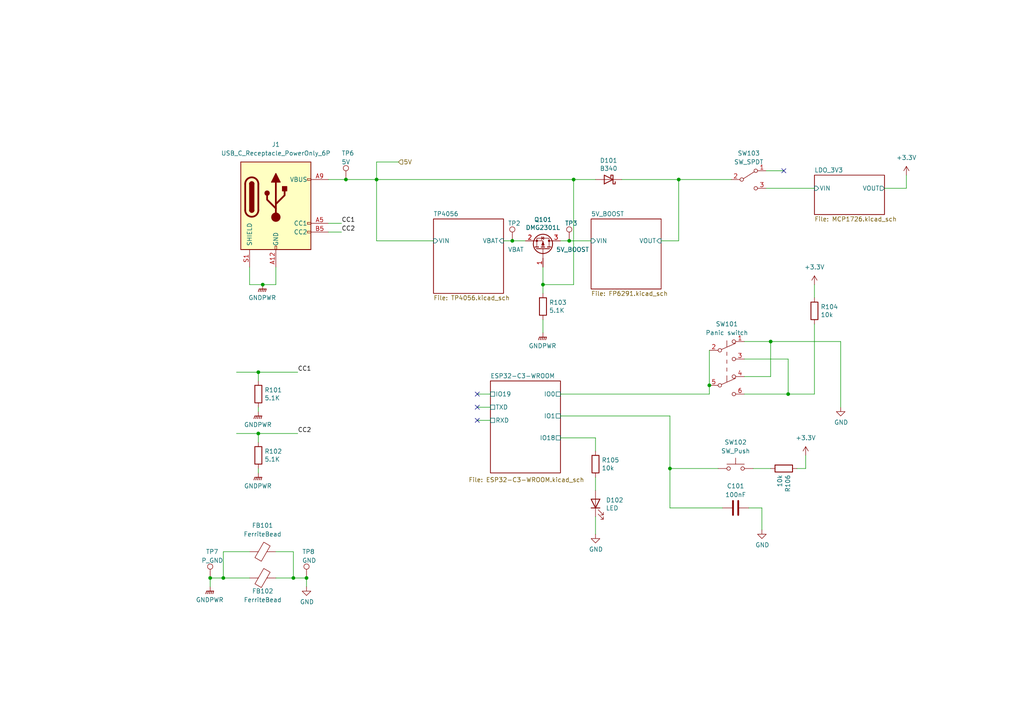
<source format=kicad_sch>
(kicad_sch (version 20230121) (generator eeschema)
  (paper "A4")
  (lib_symbols
    (symbol "Connector:TestPoint" (pin_numbers hide) (pin_names (offset 0.762) hide)
      (property "Reference" "TP" (at 0 6.858 0))
      (property "Value" "TestPoint" (at 0 5.08 0))
      (symbol "TestPoint_0_1"
        (circle (center 0 3.302) (radius 0.762))
      )
      (symbol "TestPoint_1_1"
        (pin passive line (at 0 0 90) (length 2.54) (name "1") (number "1"))
      )
    )
    (symbol "Connector:USB_C_Receptacle_PowerOnly_6P" (pin_names (offset 1.016))
      (property "Reference" "J" (at 0 16.51 0))
      (property "Value" "USB_C_Receptacle_PowerOnly_6P" (at 0 13.97 0))
      (symbol "USB_C_Receptacle_PowerOnly_6P_0_0"
        (rectangle (start -0.254 -12.7) (end 0.254 -11.684))
        (rectangle (start 10.16 -7.366) (end 9.144 -7.874))
        (rectangle (start 10.16 -4.826) (end 9.144 -5.334))
        (rectangle (start 10.16 7.874) (end 9.144 7.366))
      )
      (symbol "USB_C_Receptacle_PowerOnly_6P_0_1"
        (rectangle (start -10.16 12.7) (end 10.16 -12.7) (stroke (width 0.254)) (fill (type background)))
        (arc (start -8.89 -1.27) (mid -6.985 -3.1667) (end -5.08 -1.27) (stroke (width 0.508)))
        (arc (start -7.62 -1.27) (mid -6.985 -1.9023) (end -6.35 -1.27) (stroke (width 0.254)))
        (arc (start -7.62 -1.27) (mid -6.985 -1.9023) (end -6.35 -1.27) (stroke (width 0.254)) (fill (type outline)))
        (rectangle (start -7.62 -1.27) (end -6.35 6.35) (stroke (width 0.254)) (fill (type outline)))
        (arc (start -6.35 6.35) (mid -6.985 6.9823) (end -7.62 6.35) (stroke (width 0.254)))
        (arc (start -6.35 6.35) (mid -6.985 6.9823) (end -7.62 6.35) (stroke (width 0.254)) (fill (type outline)))
        (arc (start -5.08 6.35) (mid -6.985 8.2467) (end -8.89 6.35) (stroke (width 0.508)))
        (circle (center -2.54 3.683) (radius 0.635) (stroke (width 0.254)) (fill (type outline)))
        (circle (center 0 -3.302) (radius 1.27) (fill (type outline)))
        (polyline (pts (xy -8.89 -1.27) (xy -8.89 6.35)) (stroke (width 0.508)))
        (polyline (pts (xy -5.08 6.35) (xy -5.08 -1.27)) (stroke (width 0.508)))
        (polyline (pts (xy 0 -3.302) (xy 0 6.858)) (stroke (width 0.508)))
        (polyline (pts (xy 0 -0.762) (xy -2.54 1.778) (xy -2.54 3.048)) (stroke (width 0.508)))
        (polyline (pts (xy 0 0.508) (xy 2.54 3.048) (xy 2.54 4.318)) (stroke (width 0.508)))
        (polyline (pts (xy -1.27 6.858) (xy 0 9.398) (xy 1.27 6.858) (xy -1.27 6.858)) (stroke (width 0.254)) (fill (type outline)))
        (rectangle (start 1.905 4.318) (end 3.175 5.588) (stroke (width 0.254)) (fill (type outline)))
      )
      (symbol "USB_C_Receptacle_PowerOnly_6P_1_1"
        (pin passive line (at 0 -17.78 90) (length 5.08) (name "GND") (number "A12"))
        (pin bidirectional line (at 15.24 -5.08 180) (length 5.08) (name "CC1") (number "A5"))
        (pin passive line (at 15.24 7.62 180) (length 5.08) (name "VBUS") (number "A9"))
        (pin passive line (at 0 -17.78 90) (length 5.08) hide (name "GND") (number "B12"))
        (pin bidirectional line (at 15.24 -7.62 180) (length 5.08) (name "CC2") (number "B5"))
        (pin passive line (at 15.24 7.62 180) (length 5.08) hide (name "VBUS") (number "B9"))
        (pin passive line (at -7.62 -17.78 90) (length 5.08) (name "SHIELD") (number "S1"))
      )
    )
    (symbol "Device:C" (pin_numbers hide) (pin_names (offset 0.254))
      (property "Reference" "C" (at 0.635 2.54 0))
      (property "Value" "C" (at 0.635 -2.54 0))
      (symbol "C_0_1"
        (polyline (pts (xy -2.032 -0.762) (xy 2.032 -0.762)) (stroke (width 0.508)))
        (polyline (pts (xy -2.032 0.762) (xy 2.032 0.762)) (stroke (width 0.508)))
      )
      (symbol "C_1_1"
        (pin passive line (at 0 3.81 270) (length 2.794) (name "~") (number "1"))
        (pin passive line (at 0 -3.81 90) (length 2.794) (name "~") (number "2"))
      )
    )
    (symbol "Device:D_Schottky" (pin_numbers hide) (pin_names (offset 1.016) hide)
      (property "Reference" "D" (at 0 2.54 0))
      (property "Value" "D_Schottky" (at 0 -2.54 0))
      (symbol "D_Schottky_0_1"
        (polyline (pts (xy 1.27 0) (xy -1.27 0)))
        (polyline (pts (xy 1.27 1.27) (xy 1.27 -1.27) (xy -1.27 0) (xy 1.27 1.27)) (stroke (width 0.254)))
        (polyline (pts (xy -1.905 0.635) (xy -1.905 1.27) (xy -1.27 1.27) (xy -1.27 -1.27) (xy -0.635 -1.27) (xy -0.635 -0.635)) (stroke (width 0.254)))
      )
      (symbol "D_Schottky_1_1"
        (pin passive line (at -3.81 0 0) (length 2.54) (name "K") (number "1"))
        (pin passive line (at 3.81 0 180) (length 2.54) (name "A") (number "2"))
      )
    )
    (symbol "Device:FerriteBead" (pin_numbers hide) (pin_names (offset 0))
      (property "Reference" "FB" (at -3.81 0.635 90))
      (property "Value" "FerriteBead" (at 3.81 0 90))
      (symbol "FerriteBead_0_1"
        (polyline (pts (xy 0 -1.27) (xy 0 -1.2192)))
        (polyline (pts (xy 0 1.27) (xy 0 1.2954)))
        (polyline (pts (xy -2.7686 0.4064) (xy -1.7018 2.2606) (xy 2.7686 -0.3048) (xy 1.6764 -2.159) (xy -2.7686 0.4064)))
      )
      (symbol "FerriteBead_1_1"
        (pin passive line (at 0 3.81 270) (length 2.54) (name "~") (number "1"))
        (pin passive line (at 0 -3.81 90) (length 2.54) (name "~") (number "2"))
      )
    )
    (symbol "Device:LED" (pin_numbers hide) (pin_names (offset 1.016) hide)
      (property "Reference" "D" (at 0 2.54 0))
      (property "Value" "LED" (at 0 -2.54 0))
      (symbol "LED_0_1"
        (polyline (pts (xy -1.27 -1.27) (xy -1.27 1.27)) (stroke (width 0.254)))
        (polyline (pts (xy -1.27 0) (xy 1.27 0)))
        (polyline (pts (xy 1.27 -1.27) (xy 1.27 1.27) (xy -1.27 0) (xy 1.27 -1.27)) (stroke (width 0.254)))
        (polyline (pts (xy -3.048 -0.762) (xy -4.572 -2.286) (xy -3.81 -2.286) (xy -4.572 -2.286) (xy -4.572 -1.524)))
        (polyline (pts (xy -1.778 -0.762) (xy -3.302 -2.286) (xy -2.54 -2.286) (xy -3.302 -2.286) (xy -3.302 -1.524)))
      )
      (symbol "LED_1_1"
        (pin passive line (at -3.81 0 0) (length 2.54) (name "K") (number "1"))
        (pin passive line (at 3.81 0 180) (length 2.54) (name "A") (number "2"))
      )
    )
    (symbol "Device:R" (pin_numbers hide) (pin_names (offset 0))
      (property "Reference" "R" (at 2.032 0 90))
      (property "Value" "R" (at 0 0 90))
      (symbol "R_0_1"
        (rectangle (start -1.016 -2.54) (end 1.016 2.54) (stroke (width 0.254)))
      )
      (symbol "R_1_1"
        (pin passive line (at 0 3.81 270) (length 1.27) (name "~") (number "1"))
        (pin passive line (at 0 -3.81 90) (length 1.27) (name "~") (number "2"))
      )
    )
    (symbol "Switch:SW_Push" (pin_numbers hide) (pin_names (offset 1.016) hide)
      (property "Reference" "SW" (at 1.27 2.54 0))
      (property "Value" "SW_Push" (at 0 -1.524 0))
      (symbol "SW_Push_0_1"
        (circle (center -2.032 0) (radius 0.508))
        (polyline (pts (xy 0 1.27) (xy 0 3.048)))
        (polyline (pts (xy 2.54 1.27) (xy -2.54 1.27)))
        (circle (center 2.032 0) (radius 0.508))
        (pin passive line (at -5.08 0 0) (length 2.54) (name "1") (number "1"))
        (pin passive line (at 5.08 0 180) (length 2.54) (name "2") (number "2"))
      )
    )
    (symbol "Switch:SW_Push_DPDT" (pin_names (offset 0) hide)
      (property "Reference" "SW" (at 0 8.89 0))
      (property "Value" "SW_Push_DPDT" (at 0 -10.16 0))
      (symbol "SW_Push_DPDT_0_0"
        (circle (center -2.032 -5.08) (radius 0.508))
        (circle (center -2.032 5.08) (radius 0.508))
        (circle (center 2.032 -7.62) (radius 0.508))
        (circle (center 2.032 2.54) (radius 0.508))
      )
      (symbol "SW_Push_DPDT_0_1"
        (polyline (pts (xy -1.524 -4.826) (xy 2.54 -3.048)))
        (polyline (pts (xy -1.524 5.334) (xy 2.54 7.112)))
        (polyline (pts (xy 0 -2.286) (xy 0 -4.064)))
        (polyline (pts (xy 0 -1.016) (xy 0 0)))
        (polyline (pts (xy 0 1.27) (xy 0 2.286)))
        (polyline (pts (xy 0 3.556) (xy 0 4.572)))
        (polyline (pts (xy 0 7.874) (xy 0 6.096)))
        (circle (center 2.032 -2.54) (radius 0.508))
        (circle (center 2.032 7.62) (radius 0.508))
      )
      (symbol "SW_Push_DPDT_1_1"
        (pin passive line (at 5.08 7.62 180) (length 2.54) (name "A") (number "1"))
        (pin passive line (at -5.08 5.08 0) (length 2.54) (name "B") (number "2"))
        (pin passive line (at 5.08 2.54 180) (length 2.54) (name "C") (number "3"))
        (pin passive line (at 5.08 -2.54 180) (length 2.54) (name "A") (number "4"))
        (pin passive line (at -5.08 -5.08 0) (length 2.54) (name "B") (number "5"))
        (pin passive line (at 5.08 -7.62 180) (length 2.54) (name "C") (number "6"))
      )
    )
    (symbol "Switch:SW_SPDT" (pin_names (offset 0) hide)
      (property "Reference" "SW" (at 0 4.318 0))
      (property "Value" "SW_SPDT" (at 0 -5.08 0))
      (symbol "SW_SPDT_0_0"
        (circle (center -2.032 0) (radius 0.508))
        (circle (center 2.032 -2.54) (radius 0.508))
      )
      (symbol "SW_SPDT_0_1"
        (polyline (pts (xy -1.524 0.254) (xy 1.651 2.286)))
        (circle (center 2.032 2.54) (radius 0.508))
      )
      (symbol "SW_SPDT_1_1"
        (pin passive line (at 5.08 2.54 180) (length 2.54) (name "A") (number "1"))
        (pin passive line (at -5.08 0 0) (length 2.54) (name "B") (number "2"))
        (pin passive line (at 5.08 -2.54 180) (length 2.54) (name "C") (number "3"))
      )
    )
    (symbol "Transistor_FET:DMG2301L" (pin_names hide)
      (property "Reference" "Q" (at 5.08 1.905 0))
      (property "Value" "DMG2301L" (at 5.08 0 0))
      (symbol "DMG2301L_0_1"
        (polyline (pts (xy 0.254 0) (xy -2.54 0)))
        (polyline (pts (xy 0.254 1.905) (xy 0.254 -1.905)) (stroke (width 0.254)))
        (polyline (pts (xy 0.762 -1.27) (xy 0.762 -2.286)) (stroke (width 0.254)))
        (polyline (pts (xy 0.762 0.508) (xy 0.762 -0.508)) (stroke (width 0.254)))
        (polyline (pts (xy 0.762 2.286) (xy 0.762 1.27)) (stroke (width 0.254)))
        (polyline (pts (xy 2.54 2.54) (xy 2.54 1.778)))
        (polyline (pts (xy 2.54 -2.54) (xy 2.54 0) (xy 0.762 0)))
        (polyline (pts (xy 0.762 1.778) (xy 3.302 1.778) (xy 3.302 -1.778) (xy 0.762 -1.778)))
        (polyline (pts (xy 2.286 0) (xy 1.27 0.381) (xy 1.27 -0.381) (xy 2.286 0)) (fill (type outline)))
        (polyline (pts (xy 2.794 -0.508) (xy 2.921 -0.381) (xy 3.683 -0.381) (xy 3.81 -0.254)))
        (polyline (pts (xy 3.302 -0.381) (xy 2.921 0.254) (xy 3.683 0.254) (xy 3.302 -0.381)))
        (circle (center 1.651 0) (radius 2.794) (stroke (width 0.254)))
        (circle (center 2.54 -1.778) (radius 0.254) (fill (type outline)))
        (circle (center 2.54 1.778) (radius 0.254) (fill (type outline)))
      )
      (symbol "DMG2301L_1_1"
        (pin input line (at -5.08 0 0) (length 2.54) (name "G") (number "1"))
        (pin passive line (at 2.54 -5.08 90) (length 2.54) (name "S") (number "2"))
        (pin passive line (at 2.54 5.08 270) (length 2.54) (name "D") (number "3"))
      )
    )
    (symbol "power:+3.3V" (power) (pin_names (offset 0))
      (property "Value" "+3.3V" (at 0 3.556 0))
      (symbol "+3.3V_0_1"
        (polyline (pts (xy -0.762 1.27) (xy 0 2.54)))
        (polyline (pts (xy 0 0) (xy 0 2.54)))
        (polyline (pts (xy 0 2.54) (xy 0.762 1.27)))
      )
      (symbol "+3.3V_1_1"
        (pin power_in line (at 0 0 90) (length 0) hide (name "+3.3V") (number "1"))
      )
    )
    (symbol "power:GND" (power) (pin_names (offset 0))
      (property "Value" "GND" (at 0 -3.81 0))
      (symbol "GND_0_1"
        (polyline (pts (xy 0 0) (xy 0 -1.27) (xy 1.27 -1.27) (xy 0 -2.54) (xy -1.27 -1.27) (xy 0 -1.27)))
      )
      (symbol "GND_1_1"
        (pin power_in line (at 0 0 270) (length 0) hide (name "GND") (number "1"))
      )
    )
    (symbol "power:GNDPWR" (power) (pin_names (offset 0))
      (property "Value" "GNDPWR" (at 0 -3.302 0))
      (symbol "GNDPWR_0_1"
        (polyline (pts (xy 0 -1.27) (xy 0 0)))
        (polyline (pts (xy -1.016 -1.27) (xy -1.27 -2.032) (xy -1.27 -2.032)) (stroke (width 0.2032)))
        (polyline (pts (xy -0.508 -1.27) (xy -0.762 -2.032) (xy -0.762 -2.032)) (stroke (width 0.2032)))
        (polyline (pts (xy 0 -1.27) (xy -0.254 -2.032) (xy -0.254 -2.032)) (stroke (width 0.2032)))
        (polyline (pts (xy 0.508 -1.27) (xy 0.254 -2.032) (xy 0.254 -2.032)) (stroke (width 0.2032)))
        (polyline (pts (xy 1.016 -1.27) (xy -1.016 -1.27) (xy -1.016 -1.27)) (stroke (width 0.2032)))
        (polyline (pts (xy 1.016 -1.27) (xy 0.762 -2.032) (xy 0.762 -2.032) (xy 0.762 -2.032)) (stroke (width 0.2032)))
      )
      (symbol "GNDPWR_1_1"
        (pin power_in line (at 0 0 270) (length 0) hide (name "GNDPWR") (number "1"))
      )
    )
  )
  (junction (at 76.2 82.55))
  (junction (at 228.6 114.3))
  (junction (at 100.33 52.07))
  (junction (at 157.48 82.55))
  (junction (at 194.31 135.89))
  (junction (at 64.77 167.64))
  (junction (at 223.52 99.06))
  (junction (at 148.59 69.85))
  (junction (at 88.9 167.64))
  (junction (at 109.22 52.07))
  (junction (at 74.93 125.73))
  (junction (at 205.74 111.76))
  (junction (at 74.93 107.95))
  (junction (at 166.37 52.07))
  (junction (at 60.96 167.64))
  (junction (at 196.85 52.07))
  (junction (at 165.1 69.85))
  (junction (at 85.09 167.64))
  (no_connect (at 138.43 114.3))
  (no_connect (at 227.33 49.53))
  (no_connect (at 138.43 118.11))
  (no_connect (at 138.43 121.92))
  (wire (pts (xy 215.9 114.3) (xy 228.6 114.3)))
  (wire (pts (xy 80.01 167.64) (xy 85.09 167.64)))
  (wire (pts (xy 109.22 52.07) (xy 109.22 69.85)))
  (wire (pts (xy 85.09 167.64) (xy 88.9 167.64)))
  (wire (pts (xy 215.9 104.14) (xy 228.6 104.14)))
  (wire (pts (xy 194.31 147.32) (xy 194.31 135.89)))
  (wire (pts (xy 172.72 149.86) (xy 172.72 154.94)))
  (wire (pts (xy 80.01 77.47) (xy 80.01 82.55)))
  (wire (pts (xy 100.33 52.07) (xy 109.22 52.07)))
  (wire (pts (xy 64.77 160.02) (xy 64.77 167.64)))
  (wire (pts (xy 109.22 52.07) (xy 166.37 52.07)))
  (wire (pts (xy 68.58 107.95) (xy 74.93 107.95)))
  (wire (pts (xy 74.93 107.95) (xy 86.36 107.95)))
  (wire (pts (xy 109.22 46.99) (xy 115.57 46.99)))
  (wire (pts (xy 243.84 118.11) (xy 243.84 99.06)))
  (wire (pts (xy 85.09 160.02) (xy 85.09 167.64)))
  (wire (pts (xy 236.22 93.98) (xy 236.22 114.3)))
  (wire (pts (xy 228.6 104.14) (xy 228.6 114.3)))
  (wire (pts (xy 64.77 167.64) (xy 72.39 167.64)))
  (wire (pts (xy 76.2 82.55) (xy 80.01 82.55)))
  (wire (pts (xy 196.85 69.85) (xy 196.85 52.07)))
  (wire (pts (xy 191.77 69.85) (xy 196.85 69.85)))
  (wire (pts (xy 166.37 82.55) (xy 157.48 82.55)))
  (wire (pts (xy 166.37 52.07) (xy 172.72 52.07)))
  (wire (pts (xy 166.37 52.07) (xy 166.37 82.55)))
  (wire (pts (xy 95.25 52.07) (xy 100.33 52.07)))
  (wire (pts (xy 194.31 120.65) (xy 194.31 135.89)))
  (wire (pts (xy 196.85 52.07) (xy 212.09 52.07)))
  (wire (pts (xy 205.74 114.3) (xy 205.74 111.76)))
  (wire (pts (xy 236.22 82.55) (xy 236.22 86.36)))
  (wire (pts (xy 243.84 99.06) (xy 223.52 99.06)))
  (wire (pts (xy 72.39 82.55) (xy 76.2 82.55)))
  (wire (pts (xy 74.93 128.27) (xy 74.93 125.73)))
  (wire (pts (xy 162.56 120.65) (xy 194.31 120.65)))
  (wire (pts (xy 109.22 52.07) (xy 109.22 46.99)))
  (wire (pts (xy 74.93 118.11) (xy 74.93 119.38)))
  (wire (pts (xy 74.93 110.49) (xy 74.93 107.95)))
  (wire (pts (xy 95.25 67.31) (xy 99.06 67.31)))
  (wire (pts (xy 222.25 54.61) (xy 236.22 54.61)))
  (wire (pts (xy 138.43 114.3) (xy 142.24 114.3)))
  (wire (pts (xy 88.9 167.64) (xy 88.9 170.18)))
  (wire (pts (xy 165.1 69.85) (xy 171.45 69.85)))
  (wire (pts (xy 162.56 114.3) (xy 205.74 114.3)))
  (wire (pts (xy 80.01 160.02) (xy 85.09 160.02)))
  (wire (pts (xy 95.25 64.77) (xy 99.06 64.77)))
  (wire (pts (xy 72.39 77.47) (xy 72.39 82.55)))
  (wire (pts (xy 223.52 99.06) (xy 223.52 109.22)))
  (wire (pts (xy 172.72 127) (xy 172.72 130.81)))
  (wire (pts (xy 157.48 82.55) (xy 157.48 85.09)))
  (wire (pts (xy 180.34 52.07) (xy 196.85 52.07)))
  (wire (pts (xy 222.25 49.53) (xy 227.33 49.53)))
  (wire (pts (xy 72.39 160.02) (xy 64.77 160.02)))
  (wire (pts (xy 218.44 135.89) (xy 223.52 135.89)))
  (wire (pts (xy 162.56 69.85) (xy 165.1 69.85)))
  (wire (pts (xy 233.68 132.08) (xy 233.68 135.89)))
  (wire (pts (xy 205.74 111.76) (xy 205.74 101.6)))
  (wire (pts (xy 146.05 69.85) (xy 148.59 69.85)))
  (wire (pts (xy 109.22 69.85) (xy 125.73 69.85)))
  (wire (pts (xy 138.43 118.11) (xy 142.24 118.11)))
  (wire (pts (xy 74.93 125.73) (xy 86.36 125.73)))
  (wire (pts (xy 138.43 121.92) (xy 142.24 121.92)))
  (wire (pts (xy 157.48 82.55) (xy 157.48 77.47)))
  (wire (pts (xy 220.98 147.32) (xy 220.98 153.67)))
  (wire (pts (xy 157.48 96.52) (xy 157.48 92.71)))
  (wire (pts (xy 215.9 99.06) (xy 223.52 99.06)))
  (wire (pts (xy 262.89 54.61) (xy 262.89 50.8)))
  (wire (pts (xy 60.96 167.64) (xy 64.77 167.64)))
  (wire (pts (xy 209.55 147.32) (xy 194.31 147.32)))
  (wire (pts (xy 215.9 109.22) (xy 223.52 109.22)))
  (wire (pts (xy 233.68 135.89) (xy 231.14 135.89)))
  (wire (pts (xy 172.72 138.43) (xy 172.72 142.24)))
  (wire (pts (xy 256.54 54.61) (xy 262.89 54.61)))
  (wire (pts (xy 74.93 137.16) (xy 74.93 135.89)))
  (wire (pts (xy 162.56 127) (xy 172.72 127)))
  (wire (pts (xy 220.98 147.32) (xy 217.17 147.32)))
  (wire (pts (xy 228.6 114.3) (xy 236.22 114.3)))
  (wire (pts (xy 68.58 125.73) (xy 74.93 125.73)))
  (wire (pts (xy 194.31 135.89) (xy 208.28 135.89)))
  (wire (pts (xy 60.96 167.64) (xy 60.96 170.18)))
  (wire (pts (xy 148.59 69.85) (xy 152.4 69.85)))
  (label "CC1" (at 86.36 107.95 0))
  (label "CC2" (at 86.36 125.73 0))
  (label "CC2" (at 99.06 67.31 0))
  (label "CC1" (at 99.06 64.77 0))
  (hierarchical_label "5V" (shape input) (at 115.57 46.99 0))
  (symbol (lib_id "power:+3.3V") (at 236.22 82.55 0) (unit 1)
    (property "Reference" "#PWR0105" (effects hide))
    (property "Value" "+3.3V" (at 236.22 77.47 0))
  )
  (symbol (lib_id "power:GNDPWR") (at 157.48 96.52 0) (unit 1)
    (property "Reference" "#PWR0104" (effects hide))
    (property "Value" "GNDPWR" (at 157.353 100.33 0))
  )
  (symbol (lib_id "Device:C") (at 213.36 147.32 90) (unit 1)
    (property "Reference" "C101" (at 213.36 140.97 90))
    (property "Value" "100nF" (at 213.36 143.51 90))
    (property "Footprint" "Capacitor_SMD:C_0603_1608Metric" (effects hide))
  )
  (symbol (lib_id "Device:LED") (at 172.72 146.05 90) (unit 1)
    (property "Reference" "D102" (at 175.7172 145.0594 90) (effects (justify right)))
    (property "Value" "LED" (at 175.7172 147.3708 90) (effects (justify right)))
    (property "Footprint" "LED_SMD:LED_0805_2012Metric" (effects hide))
  )
  (symbol (lib_id "Transistor_FET:DMG2301L") (at 157.48 72.39 270) (mirror x) (unit 1)
    (property "Reference" "Q101" (at 157.48 63.7032 90))
    (property "Value" "DMG2301L" (at 157.48 66.0146 90))
    (property "Footprint" "Package_TO_SOT_SMD:SOT-23" (effects hide))
    (property "Datasheet" "https://www.diodes.com/assets/Datasheets/DMG2301L.pdf" (effects hide))
  )
  (symbol (lib_id "Device:R") (at 74.93 132.08 0) (unit 1)
    (property "Reference" "R102" (at 76.708 130.9116 0) (effects (justify left)))
    (property "Value" "5.1K" (at 76.708 133.223 0) (effects (justify left)))
    (property "Footprint" "Resistor_SMD:R_0805_2012Metric" (effects hide))
  )
  (symbol (lib_id "power:GND") (at 220.98 153.67 0) (unit 1)
    (property "Reference" "#PWR0106" (effects hide))
    (property "Value" "GND" (at 221.107 158.0642 0))
  )
  (symbol (lib_id "Connector:TestPoint") (at 148.59 69.85 0) (unit 1)
    (property "Reference" "TP2" (at 147.32 64.77 0) (effects (justify left)))
    (property "Value" "VBAT" (at 147.32 72.39 0) (effects (justify left)))
    (property "Footprint" "TestPoint:TestPoint_Pad_1.0x1.0mm" (effects hide))
  )
  (symbol (lib_id "Device:R") (at 74.93 114.3 0) (unit 1)
    (property "Reference" "R101" (at 76.708 113.1316 0) (effects (justify left)))
    (property "Value" "5.1K" (at 76.708 115.443 0) (effects (justify left)))
    (property "Footprint" "Resistor_SMD:R_0805_2012Metric" (effects hide))
  )
  (symbol (lib_id "power:GNDPWR") (at 76.2 82.55 0) (unit 1)
    (property "Reference" "#PWR0101" (effects hide))
    (property "Value" "GNDPWR" (at 76.073 86.36 0))
  )
  (symbol (lib_id "Device:R") (at 172.72 134.62 0) (unit 1)
    (property "Reference" "R105" (at 174.498 133.4516 0) (effects (justify left)))
    (property "Value" "10k" (at 174.498 135.763 0) (effects (justify left)))
    (property "Footprint" "Resistor_SMD:R_0603_1608Metric" (effects hide))
  )
  (symbol (lib_id "Connector:TestPoint") (at 100.33 52.07 0) (unit 1)
    (property "Reference" "TP6" (at 99.06 44.45 0) (effects (justify left)))
    (property "Value" "5V" (at 99.06 46.99 0) (effects (justify left)))
    (property "Footprint" "TestPoint:TestPoint_Pad_1.0x1.0mm" (effects hide))
  )
  (symbol (lib_id "Device:R") (at 236.22 90.17 0) (unit 1)
    (property "Reference" "R104" (at 237.998 89.0016 0) (effects (justify left)))
    (property "Value" "10k" (at 237.998 91.313 0) (effects (justify left)))
    (property "Footprint" "Resistor_SMD:R_0603_1608Metric" (effects hide))
  )
  (symbol (lib_id "power:+3.3V") (at 262.89 50.8 0) (unit 1)
    (property "Reference" "#PWR0108" (effects hide))
    (property "Value" "+3.3V" (at 262.89 45.72 0))
  )
  (symbol (lib_id "power:GND") (at 88.9 170.18 0) (unit 1)
    (property "Reference" "#PWR0112" (effects hide))
    (property "Value" "GND" (at 89.027 174.5742 0))
  )
  (symbol (lib_id "power:GND") (at 243.84 118.11 0) (unit 1)
    (property "Reference" "#PWR0107" (effects hide))
    (property "Value" "GND" (at 243.967 122.5042 0))
  )
  (symbol (lib_id "Connector:USB_C_Receptacle_PowerOnly_6P") (at 80.01 59.69 0) (unit 1)
    (property "Reference" "J1" (at 80.01 41.91 0))
    (property "Value" "USB_C_Receptacle_PowerOnly_6P" (at 80.01 44.45 0))
    (property "Footprint" "Connector_USB:USB_C_Receptacle_GCT_USB4125-xx-x-0190_6P_TopMnt_Horizontal" (effects hide))
    (property "Datasheet" "https://www.usb.org/sites/default/files/documents/usb_type-c.zip" (effects hide))
  )
  (symbol (lib_id "Connector:TestPoint") (at 88.9 167.64 0) (unit 1)
    (property "Reference" "TP8" (at 87.63 160.02 0) (effects (justify left)))
    (property "Value" "GND" (at 87.63 162.56 0) (effects (justify left)))
    (property "Footprint" "TestPoint:TestPoint_Pad_1.0x1.0mm" (effects hide))
  )
  (symbol (lib_id "power:GNDPWR") (at 74.93 119.38 0) (unit 1)
    (property "Reference" "#PWR0102" (effects hide))
    (property "Value" "GNDPWR" (at 74.803 123.19 0))
  )
  (symbol (lib_id "Switch:SW_SPDT") (at 217.17 52.07 0) (unit 1)
    (property "Reference" "SW103" (at 217.17 44.45 0))
    (property "Value" "SW_SPDT" (at 217.17 46.99 0))
    (property "Footprint" "Button_Switch_THT:SW_Slide_1P2T_CK_OS102011MS2Q" (effects hide))
  )
  (symbol (lib_id "power:+3.3V") (at 233.68 132.08 0) (unit 1)
    (property "Reference" "#PWR0110" (effects hide))
    (property "Value" "+3.3V" (at 233.68 127 0))
  )
  (symbol (lib_id "Device:R") (at 227.33 135.89 270) (unit 1)
    (property "Reference" "R106" (at 228.4984 137.668 0) (effects (justify left)))
    (property "Value" "10k" (at 226.187 137.668 0) (effects (justify left)))
    (property "Footprint" "Resistor_SMD:R_0603_1608Metric" (effects hide))
  )
  (symbol (lib_id "Device:R") (at 157.48 88.9 0) (unit 1)
    (property "Reference" "R103" (at 159.258 87.7316 0) (effects (justify left)))
    (property "Value" "5.1K" (at 159.258 90.043 0) (effects (justify left)))
    (property "Footprint" "Resistor_SMD:R_0603_1608Metric" (effects hide))
  )
  (symbol (lib_id "Connector:TestPoint") (at 60.96 167.64 0) (unit 1)
    (property "Reference" "TP7" (at 59.69 160.02 0) (effects (justify left)))
    (property "Value" "P_GND" (at 58.42 162.56 0) (effects (justify left)))
    (property "Footprint" "TestPoint:TestPoint_Pad_1.0x1.0mm" (effects hide))
  )
  (symbol (lib_id "power:GND") (at 172.72 154.94 0) (unit 1)
    (property "Reference" "#PWR0109" (effects hide))
    (property "Value" "GND" (at 172.847 159.3342 0))
  )
  (symbol (lib_id "Device:D_Schottky") (at 176.53 52.07 180) (unit 1)
    (property "Reference" "D101" (at 176.53 46.5582 0))
    (property "Value" "B340" (at 176.53 48.8696 0))
    (property "Footprint" "Diode_SMD:D_SMA" (effects hide))
  )
  (symbol (lib_id "Device:FerriteBead") (at 76.2 160.02 90) (unit 1)
    (property "Reference" "FB101" (at 76.1492 152.4 90))
    (property "Value" "FerriteBead" (at 76.1492 154.94 90))
    (property "Footprint" "Inductor_SMD:L_0805_2012Metric" (effects hide))
  )
  (symbol (lib_id "Device:FerriteBead") (at 76.2 167.64 90) (unit 1)
    (property "Reference" "FB102" (at 76.2 171.45 90))
    (property "Value" "FerriteBead" (at 76.2 173.99 90))
    (property "Footprint" "Inductor_SMD:L_0805_2012Metric" (effects hide))
  )
  (symbol (lib_id "power:GNDPWR") (at 74.93 137.16 0) (unit 1)
    (property "Reference" "#PWR0103" (effects hide))
    (property "Value" "GNDPWR" (at 74.803 140.97 0))
  )
  (symbol (lib_id "Switch:SW_Push_DPDT") (at 210.82 106.68 0) (unit 1)
    (property "Reference" "SW101" (at 210.82 93.98 0))
    (property "Value" "Panic switch" (at 210.82 96.52 0))
    (property "Footprint" "Webyfy:XKB7070Z92" (effects hide))
  )
  (symbol (lib_id "power:GNDPWR") (at 60.96 170.18 0) (unit 1)
    (property "Reference" "#PWR0111" (effects hide))
    (property "Value" "GNDPWR" (at 60.833 173.99 0))
  )
  (symbol (lib_id "Switch:SW_Push") (at 213.36 135.89 0) (unit 1)
    (property "Reference" "SW102" (at 213.36 128.27 0))
    (property "Value" "SW_Push" (at 213.36 130.81 0))
    (property "Footprint" "Button_Switch_THT:SW_Tactile_SPST_Angled_PTS645Vx58-2LFS" (effects hide))
  )
  (symbol (lib_id "Connector:TestPoint") (at 165.1 69.85 0) (unit 1)
    (property "Reference" "TP3" (at 163.83 64.77 0) (effects (justify left)))
    (property "Value" "5V_BOOST" (at 161.29 72.39 0) (effects (justify left)))
    (property "Footprint" "TestPoint:TestPoint_Pad_1.0x1.0mm" (effects hide))
  )
  (sheet (at 125.73 63.5) (size 20.32 21.59)
    (property "Sheetname" "TP4056" (at 125.73 62.7884 0) (effects (justify left bottom)))
    (property "Sheetfile" "TP4056.kicad_sch" (at 125.73 85.6746 0) (effects (justify left top)))
    (pin "VBAT" input (at 146.05 69.85 0))
    (pin "VIN" input (at 125.73 69.85 180))
  )
  (sheet (at 236.22 50.8) (size 20.32 11.43) (stroke (width 0.1524))
    (property "Sheetname" "LDO_3V3" (at 236.22 50.0884 0) (effects (justify left bottom)))
    (property "Sheetfile" "MCP1726.kicad_sch" (at 236.22 62.8146 0) (effects (justify left top)))
    (pin "VOUT" output (at 256.54 54.61 0))
    (pin "VIN" input (at 236.22 54.61 180))
  )
  (sheet (at 142.24 110.49) (size 20.32 26.67) (stroke (width 0.1524))
    (property "Sheetname" "ESP32-C3-WROOM" (at 142.24 109.7784 0) (effects (justify left bottom)))
    (property "Sheetfile" "ESP32-C3-WROOM.kicad_sch" (at 135.89 138.43 0) (effects (justify left top)))
    (pin "IO0" passive (at 162.56 114.3 0))
    (pin "IO1" passive (at 162.56 120.65 0))
    (pin "IO18" passive (at 162.56 127 0))
    (pin "IO19" passive (at 142.24 114.3 180))
    (pin "TXD" passive (at 142.24 118.11 180))
    (pin "RXD" passive (at 142.24 121.92 180))
  )
  (sheet (at 171.45 63.5) (size 20.32 20.32)
    (property "Sheetname" "5V_BOOST" (at 171.45 62.7884 0) (effects (justify left bottom)))
    (property "Sheetfile" "FP6291.kicad_sch" (at 171.45 84.4046 0) (effects (justify left top)))
    (pin "VIN" input (at 171.45 69.85 180))
    (pin "VOUT" input (at 191.77 69.85 0))
  )
)
</source>
